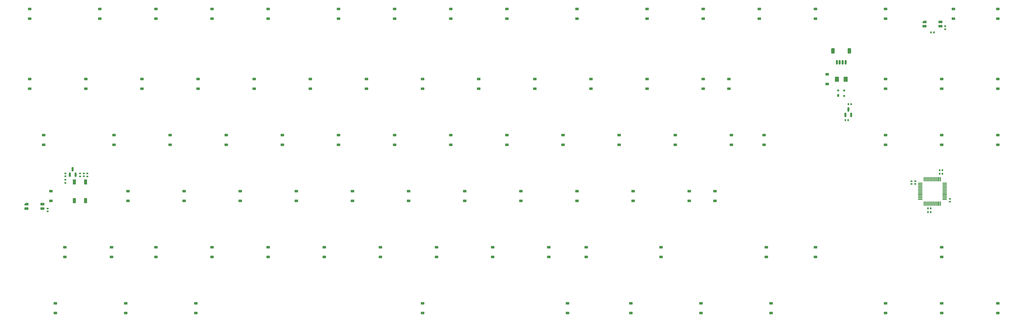
<source format=gbr>
%TF.GenerationSoftware,KiCad,Pcbnew,8.0.4*%
%TF.CreationDate,2024-07-23T19:32:07+08:00*%
%TF.ProjectId,X88J,5838384a-2e6b-4696-9361-645f70636258,rev?*%
%TF.SameCoordinates,Original*%
%TF.FileFunction,Paste,Bot*%
%TF.FilePolarity,Positive*%
%FSLAX46Y46*%
G04 Gerber Fmt 4.6, Leading zero omitted, Abs format (unit mm)*
G04 Created by KiCad (PCBNEW 8.0.4) date 2024-07-23 19:32:07*
%MOMM*%
%LPD*%
G01*
G04 APERTURE LIST*
G04 Aperture macros list*
%AMRoundRect*
0 Rectangle with rounded corners*
0 $1 Rounding radius*
0 $2 $3 $4 $5 $6 $7 $8 $9 X,Y pos of 4 corners*
0 Add a 4 corners polygon primitive as box body*
4,1,4,$2,$3,$4,$5,$6,$7,$8,$9,$2,$3,0*
0 Add four circle primitives for the rounded corners*
1,1,$1+$1,$2,$3*
1,1,$1+$1,$4,$5*
1,1,$1+$1,$6,$7*
1,1,$1+$1,$8,$9*
0 Add four rect primitives between the rounded corners*
20,1,$1+$1,$2,$3,$4,$5,0*
20,1,$1+$1,$4,$5,$6,$7,0*
20,1,$1+$1,$6,$7,$8,$9,0*
20,1,$1+$1,$8,$9,$2,$3,0*%
%AMFreePoly0*
4,1,18,-0.410000,0.593000,-0.403758,0.624380,-0.385983,0.650983,-0.359380,0.668758,-0.328000,0.675000,0.328000,0.675000,0.359380,0.668758,0.385983,0.650983,0.403758,0.624380,0.410000,0.593000,0.410000,-0.593000,0.403758,-0.624380,0.385983,-0.650983,0.359380,-0.668758,0.328000,-0.675000,0.000000,-0.675000,-0.410000,-0.265000,-0.410000,0.593000,-0.410000,0.593000,$1*%
G04 Aperture macros list end*
%ADD10RoundRect,0.225000X0.375000X-0.225000X0.375000X0.225000X-0.375000X0.225000X-0.375000X-0.225000X0*%
%ADD11RoundRect,0.075000X0.075000X-0.662500X0.075000X0.662500X-0.075000X0.662500X-0.075000X-0.662500X0*%
%ADD12RoundRect,0.075000X0.662500X-0.075000X0.662500X0.075000X-0.662500X0.075000X-0.662500X-0.075000X0*%
%ADD13RoundRect,0.135000X-0.185000X0.135000X-0.185000X-0.135000X0.185000X-0.135000X0.185000X0.135000X0*%
%ADD14RoundRect,0.135000X-0.135000X-0.185000X0.135000X-0.185000X0.135000X0.185000X-0.135000X0.185000X0*%
%ADD15RoundRect,0.140000X0.140000X0.170000X-0.140000X0.170000X-0.140000X-0.170000X0.140000X-0.170000X0*%
%ADD16R,1.000000X1.700000*%
%ADD17RoundRect,0.082000X-0.593000X0.328000X-0.593000X-0.328000X0.593000X-0.328000X0.593000X0.328000X0*%
%ADD18FreePoly0,270.000000*%
%ADD19RoundRect,0.140000X-0.170000X0.140000X-0.170000X-0.140000X0.170000X-0.140000X0.170000X0.140000X0*%
%ADD20RoundRect,0.150000X0.150000X-0.587500X0.150000X0.587500X-0.150000X0.587500X-0.150000X-0.587500X0*%
%ADD21RoundRect,0.140000X0.170000X-0.140000X0.170000X0.140000X-0.170000X0.140000X-0.170000X-0.140000X0*%
%ADD22RoundRect,0.150000X-0.150000X-0.625000X0.150000X-0.625000X0.150000X0.625000X-0.150000X0.625000X0*%
%ADD23RoundRect,0.250000X-0.350000X-0.650000X0.350000X-0.650000X0.350000X0.650000X-0.350000X0.650000X0*%
%ADD24RoundRect,0.175000X-0.175000X-0.325000X0.175000X-0.325000X0.175000X0.325000X-0.175000X0.325000X0*%
%ADD25RoundRect,0.150000X-0.200000X-0.150000X0.200000X-0.150000X0.200000X0.150000X-0.200000X0.150000X0*%
%ADD26RoundRect,0.140000X-0.140000X-0.170000X0.140000X-0.170000X0.140000X0.170000X-0.140000X0.170000X0*%
%ADD27RoundRect,0.135000X0.185000X-0.135000X0.185000X0.135000X-0.185000X0.135000X-0.185000X-0.135000X0*%
%ADD28RoundRect,0.250001X0.462499X0.624999X-0.462499X0.624999X-0.462499X-0.624999X0.462499X-0.624999X0*%
G04 APERTURE END LIST*
D10*
%TO.C,D55*%
X55562500Y-65150000D03*
X55562500Y-61850000D03*
%TD*%
%TO.C,D82*%
X11906250Y-103250000D03*
X11906250Y-99950000D03*
%TD*%
%TO.C,D7*%
X107950000Y-3237500D03*
X107950000Y62500D03*
%TD*%
%TO.C,D35*%
X331787500Y-27050000D03*
X331787500Y-23750000D03*
%TD*%
D11*
%TO.C,U2*%
X312312500Y-66075000D03*
X311812500Y-66075000D03*
X311312500Y-66075000D03*
X310812500Y-66075000D03*
X310312500Y-66075000D03*
X309812500Y-66075000D03*
X309312500Y-66075000D03*
X308812500Y-66075000D03*
X308312500Y-66075000D03*
X307812500Y-66075000D03*
X307312500Y-66075000D03*
X306812500Y-66075000D03*
D12*
X305400000Y-64662500D03*
X305400000Y-64162500D03*
X305400000Y-63662500D03*
X305400000Y-63162500D03*
X305400000Y-62662500D03*
X305400000Y-62162500D03*
X305400000Y-61662500D03*
X305400000Y-61162500D03*
X305400000Y-60662500D03*
X305400000Y-60162500D03*
X305400000Y-59662500D03*
X305400000Y-59162500D03*
D11*
X306812500Y-57750000D03*
X307312500Y-57750000D03*
X307812500Y-57750000D03*
X308312500Y-57750000D03*
X308812500Y-57750000D03*
X309312500Y-57750000D03*
X309812500Y-57750000D03*
X310312500Y-57750000D03*
X310812500Y-57750000D03*
X311312500Y-57750000D03*
X311812500Y-57750000D03*
X312312500Y-57750000D03*
D12*
X313725000Y-59162500D03*
X313725000Y-59662500D03*
X313725000Y-60162500D03*
X313725000Y-60662500D03*
X313725000Y-61162500D03*
X313725000Y-61662500D03*
X313725000Y-62162500D03*
X313725000Y-62662500D03*
X313725000Y-63162500D03*
X313725000Y-63662500D03*
X313725000Y-64162500D03*
X313725000Y-64662500D03*
%TD*%
D10*
%TO.C,D65*%
X235743750Y-65150000D03*
X235743750Y-61850000D03*
%TD*%
%TO.C,D48*%
X241300000Y-46100000D03*
X241300000Y-42800000D03*
%TD*%
%TO.C,D88*%
X230981250Y-103250000D03*
X230981250Y-99950000D03*
%TD*%
%TO.C,D78*%
X217487500Y-84200000D03*
X217487500Y-80900000D03*
%TD*%
%TO.C,D6*%
X84137500Y-3237500D03*
X84137500Y62500D03*
%TD*%
%TO.C,D20*%
X22225000Y-27050000D03*
X22225000Y-23750000D03*
%TD*%
D13*
%TO.C,RR2*%
X22750000Y-55802500D03*
X22750000Y-56822500D03*
%TD*%
D14*
%TO.C,R3*%
X309052500Y-7937500D03*
X310072500Y-7937500D03*
%TD*%
D10*
%TO.C,D46*%
X203200000Y-46100000D03*
X203200000Y-42800000D03*
%TD*%
%TO.C,D57*%
X93662500Y-65150000D03*
X93662500Y-61850000D03*
%TD*%
%TO.C,D81*%
X312737500Y-84200000D03*
X312737500Y-80900000D03*
%TD*%
%TO.C,D42*%
X127000000Y-46100000D03*
X127000000Y-42800000D03*
%TD*%
%TO.C,D89*%
X254793750Y-103250000D03*
X254793750Y-99950000D03*
%TD*%
%TO.C,D49*%
X252412500Y-46100000D03*
X252412500Y-42800000D03*
%TD*%
%TO.C,D58*%
X112712500Y-65150000D03*
X112712500Y-61850000D03*
%TD*%
%TO.C,D53*%
X10318750Y-65150000D03*
X10318750Y-61850000D03*
%TD*%
%TO.C,D61*%
X169862500Y-65150000D03*
X169862500Y-61850000D03*
%TD*%
%TO.C,D37*%
X31750000Y-46100000D03*
X31750000Y-42800000D03*
%TD*%
D15*
%TO.C,C5*%
X280980000Y-37725000D03*
X280020000Y-37725000D03*
%TD*%
D16*
%TO.C,SWR1*%
X18340625Y-58762500D03*
X18340625Y-65062500D03*
X22140625Y-58762500D03*
X22140625Y-65062500D03*
%TD*%
D10*
%TO.C,D76*%
X179387500Y-84200000D03*
X179387500Y-80900000D03*
%TD*%
D17*
%TO.C,RGB2*%
X7487500Y-67742500D03*
X7487500Y-66242500D03*
X2037500Y-67742500D03*
D18*
X2037500Y-66242500D03*
%TD*%
D10*
%TO.C,D38*%
X50800000Y-46100000D03*
X50800000Y-42800000D03*
%TD*%
%TO.C,D66*%
X273843750Y-25462500D03*
X273843750Y-22162500D03*
%TD*%
%TO.C,D28*%
X174625000Y-27050000D03*
X174625000Y-23750000D03*
%TD*%
D19*
%TO.C,C1*%
X303750000Y-58476250D03*
X303750000Y-59436250D03*
%TD*%
D10*
%TO.C,D67*%
X15081250Y-84200000D03*
X15081250Y-80900000D03*
%TD*%
%TO.C,D34*%
X312737500Y-27050000D03*
X312737500Y-23750000D03*
%TD*%
%TO.C,D14*%
X250825000Y-3237500D03*
X250825000Y62500D03*
%TD*%
D20*
%TO.C,QR1*%
X18700000Y-56250000D03*
X16800000Y-56250000D03*
X17750000Y-54375000D03*
%TD*%
D10*
%TO.C,D31*%
X231775000Y-27050000D03*
X231775000Y-23750000D03*
%TD*%
%TO.C,D19*%
X3175000Y-27050000D03*
X3175000Y-23750000D03*
%TD*%
D21*
%TO.C,C3*%
X315500000Y-65436250D03*
X315500000Y-64476250D03*
%TD*%
D20*
%TO.C,U1*%
X281950000Y-35937500D03*
X280050000Y-35937500D03*
X281000000Y-34062500D03*
%TD*%
D10*
%TO.C,D43*%
X146050000Y-46100000D03*
X146050000Y-42800000D03*
%TD*%
%TO.C,D47*%
X222250000Y-46100000D03*
X222250000Y-42800000D03*
%TD*%
%TO.C,D39*%
X69850000Y-46100000D03*
X69850000Y-42800000D03*
%TD*%
%TO.C,D10*%
X165100000Y-3237500D03*
X165100000Y62500D03*
%TD*%
%TO.C,D70*%
X65087500Y-84200000D03*
X65087500Y-80900000D03*
%TD*%
%TO.C,D22*%
X60325000Y-27050000D03*
X60325000Y-23750000D03*
%TD*%
%TO.C,D68*%
X30956250Y-84200000D03*
X30956250Y-80900000D03*
%TD*%
%TO.C,D8*%
X127000000Y-3237500D03*
X127000000Y62500D03*
%TD*%
%TO.C,D9*%
X146050000Y-3237500D03*
X146050000Y62500D03*
%TD*%
%TO.C,D24*%
X98425000Y-27050000D03*
X98425000Y-23750000D03*
%TD*%
%TO.C,D18*%
X331787500Y-3237500D03*
X331787500Y62500D03*
%TD*%
D22*
%TO.C,J1*%
X277106250Y-18103610D03*
X278106250Y-18103610D03*
X279106250Y-18103610D03*
X280106250Y-18103610D03*
D23*
X275806250Y-14228610D03*
X281406250Y-14228610D03*
%TD*%
D24*
%TO.C,D1*%
X277606250Y-29325000D03*
D25*
X277606250Y-27625000D03*
X279606250Y-27625000D03*
X279606250Y-29525000D03*
%TD*%
D10*
%TO.C,D51*%
X312737500Y-46100000D03*
X312737500Y-42800000D03*
%TD*%
%TO.C,D3*%
X26987500Y-3237500D03*
X26987500Y62500D03*
%TD*%
%TO.C,D80*%
X269875000Y-84200000D03*
X269875000Y-80900000D03*
%TD*%
%TO.C,D90*%
X293687500Y-103250000D03*
X293687500Y-99950000D03*
%TD*%
%TO.C,D60*%
X150812500Y-65150000D03*
X150812500Y-61850000D03*
%TD*%
%TO.C,D52*%
X331787500Y-46100000D03*
X331787500Y-42800000D03*
%TD*%
%TO.C,D72*%
X103187500Y-84200000D03*
X103187500Y-80900000D03*
%TD*%
%TO.C,D56*%
X74612500Y-65150000D03*
X74612500Y-61850000D03*
%TD*%
%TO.C,D4*%
X46037500Y-3237500D03*
X46037500Y62500D03*
%TD*%
D15*
%TO.C,C8*%
X312980000Y-54706250D03*
X312020000Y-54706250D03*
%TD*%
D10*
%TO.C,D36*%
X7937500Y-46100000D03*
X7937500Y-42800000D03*
%TD*%
%TO.C,D84*%
X59531250Y-103250000D03*
X59531250Y-99950000D03*
%TD*%
%TO.C,D75*%
X160337500Y-84200000D03*
X160337500Y-80900000D03*
%TD*%
%TO.C,D26*%
X136525000Y-27050000D03*
X136525000Y-23750000D03*
%TD*%
%TO.C,D54*%
X36512500Y-65150000D03*
X36512500Y-61850000D03*
%TD*%
D19*
%TO.C,C2*%
X302500000Y-58476250D03*
X302500000Y-59436250D03*
%TD*%
D10*
%TO.C,D11*%
X188912500Y-3237500D03*
X188912500Y62500D03*
%TD*%
%TO.C,D5*%
X65087500Y-3237500D03*
X65087500Y62500D03*
%TD*%
%TO.C,D64*%
X227012500Y-65150000D03*
X227012500Y-61850000D03*
%TD*%
%TO.C,D79*%
X253206250Y-84200000D03*
X253206250Y-80900000D03*
%TD*%
%TO.C,D87*%
X207168750Y-103250000D03*
X207168750Y-99950000D03*
%TD*%
D26*
%TO.C,C6*%
X308020000Y-68956250D03*
X308980000Y-68956250D03*
%TD*%
D15*
%TO.C,C9*%
X312980000Y-55956250D03*
X312020000Y-55956250D03*
%TD*%
D19*
%TO.C,CR1*%
X21500000Y-55832500D03*
X21500000Y-56792500D03*
%TD*%
D10*
%TO.C,D85*%
X136525000Y-103250000D03*
X136525000Y-99950000D03*
%TD*%
D26*
%TO.C,C7*%
X308020000Y-67706250D03*
X308980000Y-67706250D03*
%TD*%
D10*
%TO.C,D30*%
X212725000Y-27050000D03*
X212725000Y-23750000D03*
%TD*%
D21*
%TO.C,CR2*%
X15250000Y-56792500D03*
X15250000Y-55832500D03*
%TD*%
D10*
%TO.C,D44*%
X165100000Y-46100000D03*
X165100000Y-42800000D03*
%TD*%
%TO.C,D13*%
X231775000Y-3237500D03*
X231775000Y62500D03*
%TD*%
D26*
%TO.C,C4*%
X281020000Y-32293750D03*
X281980000Y-32293750D03*
%TD*%
D10*
%TO.C,D92*%
X331787500Y-103250000D03*
X331787500Y-99950000D03*
%TD*%
%TO.C,D69*%
X46037500Y-84200000D03*
X46037500Y-80900000D03*
%TD*%
%TO.C,D91*%
X312737500Y-103250000D03*
X312737500Y-99950000D03*
%TD*%
D19*
%TO.C,C10*%
X313895000Y-5830000D03*
X313895000Y-6790000D03*
%TD*%
%TO.C,C11*%
X9250000Y-67770000D03*
X9250000Y-68730000D03*
%TD*%
D10*
%TO.C,D2*%
X3175000Y-3237500D03*
X3175000Y62500D03*
%TD*%
%TO.C,D32*%
X240506250Y-27050000D03*
X240506250Y-23750000D03*
%TD*%
%TO.C,D73*%
X122237500Y-84200000D03*
X122237500Y-80900000D03*
%TD*%
%TO.C,D21*%
X41275000Y-27050000D03*
X41275000Y-23750000D03*
%TD*%
%TO.C,D15*%
X269875000Y-3237500D03*
X269875000Y62500D03*
%TD*%
D27*
%TO.C,RR3*%
X20250000Y-56822500D03*
X20250000Y-55802500D03*
%TD*%
D10*
%TO.C,D71*%
X84137500Y-84200000D03*
X84137500Y-80900000D03*
%TD*%
%TO.C,D27*%
X155575000Y-27050000D03*
X155575000Y-23750000D03*
%TD*%
%TO.C,D16*%
X293687500Y-3237500D03*
X293687500Y62500D03*
%TD*%
%TO.C,D41*%
X107950000Y-46100000D03*
X107950000Y-42800000D03*
%TD*%
%TO.C,D50*%
X293687500Y-46100000D03*
X293687500Y-42800000D03*
%TD*%
%TO.C,D83*%
X35718750Y-103250000D03*
X35718750Y-99950000D03*
%TD*%
%TO.C,D23*%
X79375000Y-27050000D03*
X79375000Y-23750000D03*
%TD*%
%TO.C,D77*%
X192087500Y-84200000D03*
X192087500Y-80900000D03*
%TD*%
%TO.C,D86*%
X185737500Y-103250000D03*
X185737500Y-99950000D03*
%TD*%
%TO.C,D17*%
X316706250Y-3237500D03*
X316706250Y62500D03*
%TD*%
%TO.C,D29*%
X193675000Y-27050000D03*
X193675000Y-23750000D03*
%TD*%
D27*
%TO.C,RR1*%
X15250000Y-59020000D03*
X15250000Y-58000000D03*
%TD*%
D28*
%TO.C,F1*%
X280093750Y-23812500D03*
X277118750Y-23812500D03*
%TD*%
D10*
%TO.C,D40*%
X88900000Y-46100000D03*
X88900000Y-42800000D03*
%TD*%
%TO.C,D12*%
X212725000Y-3237500D03*
X212725000Y62500D03*
%TD*%
%TO.C,D74*%
X141287500Y-84200000D03*
X141287500Y-80900000D03*
%TD*%
%TO.C,D59*%
X131762500Y-65150000D03*
X131762500Y-61850000D03*
%TD*%
D17*
%TO.C,RGB1*%
X312287500Y-5830000D03*
X312287500Y-4330000D03*
X306837500Y-5830000D03*
D18*
X306837500Y-4330000D03*
%TD*%
D10*
%TO.C,D45*%
X184150000Y-46100000D03*
X184150000Y-42800000D03*
%TD*%
%TO.C,D62*%
X188912500Y-65150000D03*
X188912500Y-61850000D03*
%TD*%
%TO.C,D33*%
X293687500Y-27050000D03*
X293687500Y-23750000D03*
%TD*%
%TO.C,D63*%
X207962500Y-65150000D03*
X207962500Y-61850000D03*
%TD*%
%TO.C,D25*%
X117475000Y-27050000D03*
X117475000Y-23750000D03*
%TD*%
M02*

</source>
